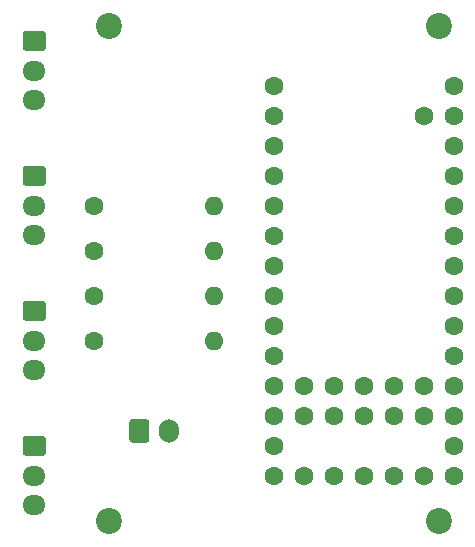
<source format=gbs>
%TF.GenerationSoftware,KiCad,Pcbnew,(5.1.10-1-10_14)*%
%TF.CreationDate,2021-10-17T13:29:00+11:00*%
%TF.ProjectId,glove-board,676c6f76-652d-4626-9f61-72642e6b6963,rev?*%
%TF.SameCoordinates,Original*%
%TF.FileFunction,Soldermask,Bot*%
%TF.FilePolarity,Negative*%
%FSLAX46Y46*%
G04 Gerber Fmt 4.6, Leading zero omitted, Abs format (unit mm)*
G04 Created by KiCad (PCBNEW (5.1.10-1-10_14)) date 2021-10-17 13:29:00*
%MOMM*%
%LPD*%
G01*
G04 APERTURE LIST*
%ADD10C,2.200000*%
%ADD11O,1.700000X2.000000*%
%ADD12O,1.950000X1.700000*%
%ADD13C,1.600000*%
%ADD14O,1.600000X1.600000*%
G04 APERTURE END LIST*
D10*
%TO.C,H4*%
X115570000Y-1024890000D03*
%TD*%
%TO.C,H3*%
X143510000Y-1024890000D03*
%TD*%
%TO.C,H2*%
X143510000Y-982980000D03*
%TD*%
%TO.C,H1*%
X115570000Y-982980000D03*
%TD*%
%TO.C,BTN1*%
G36*
G01*
X117260000Y-1018020000D02*
X117260000Y-1016520000D01*
G75*
G02*
X117510000Y-1016270000I250000J0D01*
G01*
X118710000Y-1016270000D01*
G75*
G02*
X118960000Y-1016520000I0J-250000D01*
G01*
X118960000Y-1018020000D01*
G75*
G02*
X118710000Y-1018270000I-250000J0D01*
G01*
X117510000Y-1018270000D01*
G75*
G02*
X117260000Y-1018020000I0J250000D01*
G01*
G37*
D11*
X120610000Y-1017270000D03*
%TD*%
%TO.C,J1*%
G36*
G01*
X108495000Y-1017690000D02*
X109945000Y-1017690000D01*
G75*
G02*
X110195000Y-1017940000I0J-250000D01*
G01*
X110195000Y-1019140000D01*
G75*
G02*
X109945000Y-1019390000I-250000J0D01*
G01*
X108495000Y-1019390000D01*
G75*
G02*
X108245000Y-1019140000I0J250000D01*
G01*
X108245000Y-1017940000D01*
G75*
G02*
X108495000Y-1017690000I250000J0D01*
G01*
G37*
D12*
X109220000Y-1021040000D03*
X109220000Y-1023540000D03*
%TD*%
%TO.C,J2*%
X109220000Y-1012110000D03*
X109220000Y-1009610000D03*
G36*
G01*
X108495000Y-1006260000D02*
X109945000Y-1006260000D01*
G75*
G02*
X110195000Y-1006510000I0J-250000D01*
G01*
X110195000Y-1007710000D01*
G75*
G02*
X109945000Y-1007960000I-250000J0D01*
G01*
X108495000Y-1007960000D01*
G75*
G02*
X108245000Y-1007710000I0J250000D01*
G01*
X108245000Y-1006510000D01*
G75*
G02*
X108495000Y-1006260000I250000J0D01*
G01*
G37*
%TD*%
%TO.C,J3*%
G36*
G01*
X108495000Y-994830000D02*
X109945000Y-994830000D01*
G75*
G02*
X110195000Y-995080000I0J-250000D01*
G01*
X110195000Y-996280000D01*
G75*
G02*
X109945000Y-996530000I-250000J0D01*
G01*
X108495000Y-996530000D01*
G75*
G02*
X108245000Y-996280000I0J250000D01*
G01*
X108245000Y-995080000D01*
G75*
G02*
X108495000Y-994830000I250000J0D01*
G01*
G37*
X109220000Y-998180000D03*
X109220000Y-1000680000D03*
%TD*%
%TO.C,J4*%
X109220000Y-989250000D03*
X109220000Y-986750000D03*
G36*
G01*
X108495000Y-983400000D02*
X109945000Y-983400000D01*
G75*
G02*
X110195000Y-983650000I0J-250000D01*
G01*
X110195000Y-984850000D01*
G75*
G02*
X109945000Y-985100000I-250000J0D01*
G01*
X108495000Y-985100000D01*
G75*
G02*
X108245000Y-984850000I0J250000D01*
G01*
X108245000Y-983650000D01*
G75*
G02*
X108495000Y-983400000I250000J0D01*
G01*
G37*
%TD*%
D13*
%TO.C,R1*%
X114300000Y-1009650000D03*
D14*
X124460000Y-1009650000D03*
%TD*%
%TO.C,R2*%
X124460000Y-1005840000D03*
D13*
X114300000Y-1005840000D03*
%TD*%
%TO.C,R3*%
X114300000Y-1002030000D03*
D14*
X124460000Y-1002030000D03*
%TD*%
%TO.C,R4*%
X124460000Y-998220000D03*
D13*
X114300000Y-998220000D03*
%TD*%
%TO.C,U1*%
X137160000Y-1021080000D03*
X139700000Y-1021080000D03*
X142240000Y-1021080000D03*
X144780000Y-1021080000D03*
X134620000Y-1021080000D03*
X132080000Y-1021080000D03*
X129540000Y-1021080000D03*
X144780000Y-1018540000D03*
X144780000Y-1016000000D03*
X144780000Y-1013460000D03*
X144780000Y-1010920000D03*
X144780000Y-1008380000D03*
X144780000Y-1005840000D03*
X144780000Y-1003300000D03*
X144780000Y-1000760000D03*
X144780000Y-998220000D03*
X144780000Y-995680000D03*
X144780000Y-993140000D03*
X144780000Y-990600000D03*
X144780000Y-988060000D03*
X142240000Y-990600000D03*
X129540000Y-1018540000D03*
X129540000Y-1016000000D03*
X129540000Y-1013460000D03*
X129540000Y-1010920000D03*
X129540000Y-1008380000D03*
X129540000Y-1005840000D03*
X129540000Y-1003300000D03*
X129540000Y-1000760000D03*
X129540000Y-998220000D03*
X129540000Y-995680000D03*
X129540000Y-993140000D03*
X129540000Y-990600000D03*
X129540000Y-988060000D03*
X142240000Y-1016000000D03*
X142240000Y-1013460000D03*
X139700000Y-1016000000D03*
X139700000Y-1013460000D03*
X137160000Y-1016000000D03*
X137160000Y-1013460000D03*
X134620000Y-1016000000D03*
X134620000Y-1013460000D03*
X132080000Y-1016000000D03*
X132080000Y-1013460000D03*
%TD*%
M02*

</source>
